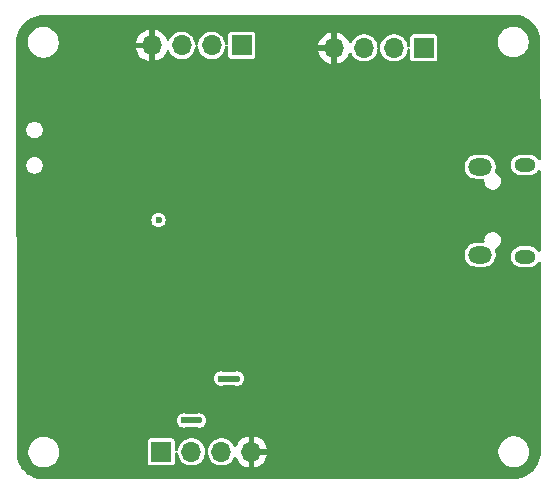
<source format=gbr>
%TF.GenerationSoftware,KiCad,Pcbnew,8.0.8*%
%TF.CreationDate,2025-03-31T20:29:26+08:00*%
%TF.ProjectId,1,312e6b69-6361-4645-9f70-636258585858,rev?*%
%TF.SameCoordinates,Original*%
%TF.FileFunction,Copper,L2,Bot*%
%TF.FilePolarity,Positive*%
%FSLAX46Y46*%
G04 Gerber Fmt 4.6, Leading zero omitted, Abs format (unit mm)*
G04 Created by KiCad (PCBNEW 8.0.8) date 2025-03-31 20:29:26*
%MOMM*%
%LPD*%
G01*
G04 APERTURE LIST*
%TA.AperFunction,ComponentPad*%
%ADD10R,1.700000X1.700000*%
%TD*%
%TA.AperFunction,ComponentPad*%
%ADD11O,1.700000X1.700000*%
%TD*%
%TA.AperFunction,ComponentPad*%
%ADD12O,1.800000X1.150000*%
%TD*%
%TA.AperFunction,ComponentPad*%
%ADD13O,2.000000X1.450000*%
%TD*%
%TA.AperFunction,ViaPad*%
%ADD14C,0.600000*%
%TD*%
%TA.AperFunction,Conductor*%
%ADD15C,0.500000*%
%TD*%
G04 APERTURE END LIST*
D10*
%TO.P,J4,1,Pin_1*%
%TO.N,+3.3V*%
X102700000Y-82300000D03*
D11*
%TO.P,J4,2,Pin_2*%
%TO.N,/I2C2_SDA*%
X105240000Y-82300000D03*
%TO.P,J4,3,Pin_3*%
%TO.N,/I2C2_SCL*%
X107780000Y-82300000D03*
%TO.P,J4,4,Pin_4*%
%TO.N,GND*%
X110320000Y-82300000D03*
%TD*%
D10*
%TO.P,J3,1,Pin_1*%
%TO.N,+3.3V*%
X109490000Y-47900000D03*
D11*
%TO.P,J3,2,Pin_2*%
%TO.N,/USART1_TX*%
X106950000Y-47900000D03*
%TO.P,J3,3,Pin_3*%
%TO.N,/USART1_RX*%
X104410000Y-47900000D03*
%TO.P,J3,4,Pin_4*%
%TO.N,GND*%
X101870000Y-47900000D03*
%TD*%
D12*
%TO.P,J1,6,Shield*%
%TO.N,unconnected-(J1-Shield-Pad6)_3*%
X133500000Y-65775000D03*
D13*
%TO.N,unconnected-(J1-Shield-Pad6)_1*%
X129700000Y-65625000D03*
%TO.N,unconnected-(J1-Shield-Pad6)_2*%
X129700000Y-58175000D03*
D12*
%TO.N,unconnected-(J1-Shield-Pad6)*%
X133500000Y-58025000D03*
%TD*%
D10*
%TO.P,J2,1,Pin_1*%
%TO.N,+3.3V*%
X124920000Y-48100000D03*
D11*
%TO.P,J2,2,Pin_2*%
%TO.N,/SWDIO*%
X122380000Y-48100000D03*
%TO.P,J2,3,Pin_3*%
%TO.N,/SWCLK*%
X119840000Y-48100000D03*
%TO.P,J2,4,Pin_4*%
%TO.N,GND*%
X117300000Y-48100000D03*
%TD*%
D14*
%TO.N,+3.3V*%
X105900000Y-79650000D03*
X104590000Y-79650000D03*
X109100000Y-76100000D03*
X107750000Y-76100000D03*
%TO.N,GND*%
X124650000Y-70750000D03*
X95400000Y-53600000D03*
X131800000Y-68300000D03*
X102600000Y-60900000D03*
X128400000Y-71400000D03*
X124200000Y-67050000D03*
X103650000Y-63950000D03*
X113150000Y-70500000D03*
X123750000Y-70750000D03*
X127600000Y-60550000D03*
X109900000Y-69250000D03*
X103550000Y-59600000D03*
X103612500Y-66987500D03*
X108600000Y-60650000D03*
X99400000Y-59750000D03*
X118700000Y-61300000D03*
X124200000Y-66050000D03*
X103650000Y-70450000D03*
X98050000Y-64950000D03*
%TO.N,/HSE_OUT*%
X102450000Y-62700000D03*
%TD*%
D15*
%TO.N,+3.3V*%
X104590000Y-79650000D02*
X105900000Y-79650000D01*
X109100000Y-76100000D02*
X107750000Y-76100000D01*
%TD*%
%TA.AperFunction,Conductor*%
%TO.N,GND*%
G36*
X132471430Y-45300969D02*
G01*
X132734541Y-45312506D01*
X132749719Y-45314113D01*
X133014184Y-45358739D01*
X133029068Y-45362205D01*
X133286040Y-45439032D01*
X133300377Y-45444302D01*
X133545927Y-45552155D01*
X133559516Y-45559152D01*
X133789946Y-45696405D01*
X133802571Y-45705021D01*
X134014362Y-45869583D01*
X134025817Y-45879675D01*
X134059068Y-45912826D01*
X134215748Y-46069039D01*
X134225887Y-46080478D01*
X134391075Y-46291769D01*
X134399729Y-46304368D01*
X134530059Y-46521694D01*
X134537662Y-46534371D01*
X134544700Y-46547937D01*
X134586358Y-46642015D01*
X134653295Y-46793181D01*
X134658610Y-46807513D01*
X134736200Y-47064236D01*
X134739712Y-47079113D01*
X134781757Y-47323824D01*
X134783548Y-47344644D01*
X134798072Y-57496496D01*
X134778483Y-57563563D01*
X134725745Y-57609394D01*
X134656601Y-57619436D01*
X134593003Y-57590502D01*
X134570970Y-57565564D01*
X134505045Y-57466901D01*
X134505042Y-57466897D01*
X134383102Y-57344957D01*
X134383098Y-57344954D01*
X134239711Y-57249145D01*
X134239698Y-57249138D01*
X134080378Y-57183146D01*
X134080366Y-57183143D01*
X133911232Y-57149500D01*
X133911229Y-57149500D01*
X133088771Y-57149500D01*
X133088768Y-57149500D01*
X132919633Y-57183143D01*
X132919621Y-57183146D01*
X132760301Y-57249138D01*
X132760288Y-57249145D01*
X132616901Y-57344954D01*
X132616897Y-57344957D01*
X132494957Y-57466897D01*
X132494954Y-57466901D01*
X132399145Y-57610288D01*
X132399138Y-57610301D01*
X132333146Y-57769621D01*
X132333143Y-57769633D01*
X132299500Y-57938766D01*
X132299500Y-58111233D01*
X132333143Y-58280366D01*
X132333146Y-58280378D01*
X132399138Y-58439698D01*
X132399145Y-58439711D01*
X132494954Y-58583098D01*
X132494957Y-58583102D01*
X132616897Y-58705042D01*
X132616901Y-58705045D01*
X132760288Y-58800854D01*
X132760301Y-58800861D01*
X132919621Y-58866853D01*
X132919626Y-58866855D01*
X133088766Y-58900499D01*
X133088769Y-58900500D01*
X133088771Y-58900500D01*
X133911231Y-58900500D01*
X133911232Y-58900499D01*
X134080374Y-58866855D01*
X134239705Y-58800858D01*
X134383099Y-58705045D01*
X134505045Y-58583099D01*
X134572479Y-58482176D01*
X134626091Y-58437372D01*
X134695416Y-58428665D01*
X134758443Y-58458819D01*
X134795163Y-58518262D01*
X134799581Y-58550891D01*
X134809183Y-65263125D01*
X134789594Y-65330192D01*
X134736856Y-65376023D01*
X134667712Y-65386065D01*
X134604114Y-65357131D01*
X134582081Y-65332193D01*
X134505045Y-65216901D01*
X134505042Y-65216897D01*
X134383102Y-65094957D01*
X134383098Y-65094954D01*
X134239711Y-64999145D01*
X134239698Y-64999138D01*
X134080378Y-64933146D01*
X134080366Y-64933143D01*
X133911232Y-64899500D01*
X133911229Y-64899500D01*
X133088771Y-64899500D01*
X133088768Y-64899500D01*
X132919633Y-64933143D01*
X132919621Y-64933146D01*
X132760301Y-64999138D01*
X132760288Y-64999145D01*
X132616901Y-65094954D01*
X132616897Y-65094957D01*
X132494957Y-65216897D01*
X132494954Y-65216901D01*
X132399145Y-65360288D01*
X132399138Y-65360301D01*
X132333146Y-65519621D01*
X132333143Y-65519633D01*
X132299500Y-65688766D01*
X132299500Y-65861233D01*
X132333143Y-66030366D01*
X132333146Y-66030378D01*
X132399138Y-66189698D01*
X132399145Y-66189711D01*
X132494954Y-66333098D01*
X132494957Y-66333102D01*
X132616897Y-66455042D01*
X132616901Y-66455045D01*
X132760288Y-66550854D01*
X132760301Y-66550861D01*
X132905708Y-66611090D01*
X132919626Y-66616855D01*
X133088766Y-66650499D01*
X133088769Y-66650500D01*
X133088771Y-66650500D01*
X133911231Y-66650500D01*
X133911232Y-66650499D01*
X134080374Y-66616855D01*
X134239705Y-66550858D01*
X134383099Y-66455045D01*
X134505045Y-66333099D01*
X134583543Y-66215617D01*
X134637153Y-66170814D01*
X134706478Y-66162107D01*
X134769506Y-66192261D01*
X134806226Y-66251704D01*
X134810644Y-66284333D01*
X134833377Y-82173916D01*
X134832587Y-82188067D01*
X134832384Y-82189848D01*
X134833469Y-82250583D01*
X134833489Y-82252657D01*
X134833491Y-82254435D01*
X134833372Y-82260005D01*
X134821478Y-82531324D01*
X134819868Y-82546525D01*
X134775244Y-82810976D01*
X134771777Y-82825863D01*
X134694952Y-83082828D01*
X134689679Y-83097175D01*
X134581826Y-83342726D01*
X134574828Y-83356316D01*
X134437582Y-83586733D01*
X134428966Y-83599358D01*
X134264408Y-83811147D01*
X134254309Y-83822609D01*
X134220693Y-83856327D01*
X134064945Y-84012540D01*
X134053506Y-84022678D01*
X133842215Y-84187865D01*
X133829616Y-84196519D01*
X133599611Y-84334452D01*
X133586042Y-84341491D01*
X133340805Y-84450082D01*
X133326479Y-84455395D01*
X133223665Y-84486469D01*
X133069746Y-84532987D01*
X133054870Y-84536498D01*
X132807977Y-84578917D01*
X132787134Y-84580708D01*
X92860159Y-84630184D01*
X92846029Y-84629394D01*
X92844138Y-84629179D01*
X92844136Y-84629179D01*
X92844133Y-84629179D01*
X92783476Y-84630262D01*
X92781392Y-84630282D01*
X92779487Y-84630284D01*
X92773925Y-84630165D01*
X92502664Y-84618270D01*
X92487463Y-84616660D01*
X92223012Y-84572035D01*
X92208125Y-84568568D01*
X91951162Y-84491742D01*
X91936815Y-84486469D01*
X91691262Y-84378614D01*
X91677673Y-84371616D01*
X91447255Y-84234368D01*
X91434630Y-84225751D01*
X91222859Y-84061204D01*
X91211389Y-84051100D01*
X91021454Y-83861729D01*
X91011316Y-83850290D01*
X90846136Y-83639007D01*
X90837481Y-83626407D01*
X90782519Y-83534757D01*
X90699546Y-83396397D01*
X90692508Y-83382829D01*
X90665905Y-83322750D01*
X90621317Y-83222052D01*
X90583923Y-83137601D01*
X90578607Y-83123269D01*
X90565048Y-83078406D01*
X90501014Y-82866527D01*
X90497505Y-82851659D01*
X90493784Y-82830002D01*
X90460335Y-82635313D01*
X90455430Y-82606764D01*
X90453639Y-82585944D01*
X90453128Y-82228427D01*
X91436688Y-82228427D01*
X91436688Y-82433131D01*
X91440318Y-82456048D01*
X91468710Y-82635313D01*
X91531969Y-82830002D01*
X91624903Y-83012392D01*
X91745216Y-83177992D01*
X91889974Y-83322750D01*
X92011884Y-83411321D01*
X92055578Y-83443066D01*
X92171268Y-83502013D01*
X92237964Y-83535997D01*
X92237966Y-83535997D01*
X92237969Y-83535999D01*
X92328062Y-83565272D01*
X92432653Y-83599256D01*
X92533745Y-83615267D01*
X92634836Y-83631279D01*
X92634837Y-83631279D01*
X92839539Y-83631279D01*
X92839540Y-83631279D01*
X93041722Y-83599256D01*
X93236407Y-83535999D01*
X93418798Y-83443066D01*
X93547253Y-83349739D01*
X93584401Y-83322750D01*
X93584403Y-83322747D01*
X93584407Y-83322745D01*
X93729154Y-83177998D01*
X93729156Y-83177994D01*
X93729159Y-83177992D01*
X93798298Y-83082828D01*
X93849475Y-83012389D01*
X93942408Y-82829998D01*
X94005665Y-82635313D01*
X94037688Y-82433131D01*
X94037688Y-82228427D01*
X94031296Y-82188067D01*
X94005665Y-82026244D01*
X93958994Y-81882607D01*
X93942408Y-81831560D01*
X93942406Y-81831557D01*
X93942406Y-81831555D01*
X93908691Y-81765386D01*
X93849475Y-81649169D01*
X93830041Y-81622420D01*
X93729159Y-81483565D01*
X93650725Y-81405131D01*
X101549500Y-81405131D01*
X101549500Y-83194856D01*
X101549502Y-83194882D01*
X101552413Y-83219987D01*
X101552415Y-83219991D01*
X101597793Y-83322764D01*
X101597794Y-83322765D01*
X101677235Y-83402206D01*
X101780009Y-83447585D01*
X101805135Y-83450500D01*
X103594864Y-83450499D01*
X103594879Y-83450497D01*
X103594882Y-83450497D01*
X103619987Y-83447586D01*
X103619988Y-83447585D01*
X103619991Y-83447585D01*
X103722765Y-83402206D01*
X103802206Y-83322765D01*
X103847585Y-83219991D01*
X103850500Y-83194865D01*
X103850499Y-82456046D01*
X103870183Y-82389009D01*
X103922987Y-82343254D01*
X103992146Y-82333310D01*
X104055702Y-82362335D01*
X104093476Y-82421113D01*
X104097970Y-82444606D01*
X104102454Y-82492993D01*
X104104244Y-82512310D01*
X104157815Y-82700591D01*
X104162596Y-82717392D01*
X104162596Y-82717394D01*
X104257632Y-82908253D01*
X104336273Y-83012389D01*
X104386128Y-83078407D01*
X104543698Y-83222052D01*
X104724981Y-83334298D01*
X104923802Y-83411321D01*
X105133390Y-83450500D01*
X105133392Y-83450500D01*
X105346608Y-83450500D01*
X105346610Y-83450500D01*
X105556198Y-83411321D01*
X105755019Y-83334298D01*
X105936302Y-83222052D01*
X106093872Y-83078407D01*
X106222366Y-82908255D01*
X106278255Y-82796014D01*
X106317403Y-82717394D01*
X106317403Y-82717393D01*
X106317405Y-82717389D01*
X106375756Y-82512310D01*
X106386529Y-82396047D01*
X106412315Y-82331111D01*
X106454622Y-82300804D01*
X106563130Y-82300804D01*
X106599503Y-82321668D01*
X106631693Y-82383681D01*
X106633470Y-82396047D01*
X106644244Y-82512310D01*
X106697815Y-82700591D01*
X106702596Y-82717392D01*
X106702596Y-82717394D01*
X106797632Y-82908253D01*
X106876273Y-83012389D01*
X106926128Y-83078407D01*
X107083698Y-83222052D01*
X107264981Y-83334298D01*
X107463802Y-83411321D01*
X107673390Y-83450500D01*
X107673392Y-83450500D01*
X107886608Y-83450500D01*
X107886610Y-83450500D01*
X108096198Y-83411321D01*
X108295019Y-83334298D01*
X108476302Y-83222052D01*
X108633872Y-83078407D01*
X108762366Y-82908255D01*
X108829325Y-82773781D01*
X108876825Y-82722548D01*
X108944488Y-82705126D01*
X109010828Y-82727051D01*
X109052705Y-82776651D01*
X109146399Y-82977578D01*
X109281894Y-83171082D01*
X109448917Y-83338105D01*
X109642421Y-83473600D01*
X109856507Y-83573429D01*
X109856516Y-83573433D01*
X110070000Y-83630634D01*
X110070000Y-82733012D01*
X110127007Y-82765925D01*
X110254174Y-82800000D01*
X110385826Y-82800000D01*
X110512993Y-82765925D01*
X110570000Y-82733012D01*
X110570000Y-83630633D01*
X110783483Y-83573433D01*
X110783492Y-83573429D01*
X110997578Y-83473600D01*
X111191082Y-83338105D01*
X111358105Y-83171082D01*
X111493600Y-82977578D01*
X111593429Y-82763492D01*
X111593432Y-82763486D01*
X111650636Y-82550000D01*
X110753012Y-82550000D01*
X110785925Y-82492993D01*
X110820000Y-82365826D01*
X110820000Y-82234174D01*
X110809354Y-82194443D01*
X131233485Y-82194443D01*
X131233485Y-82399146D01*
X131265507Y-82601329D01*
X131328766Y-82796018D01*
X131421699Y-82978407D01*
X131542013Y-83144008D01*
X131686771Y-83288766D01*
X131825879Y-83389832D01*
X131852375Y-83409082D01*
X131968592Y-83468298D01*
X132034761Y-83502013D01*
X132034763Y-83502013D01*
X132034766Y-83502015D01*
X132135536Y-83534757D01*
X132229450Y-83565272D01*
X132330542Y-83581283D01*
X132431633Y-83597295D01*
X132431634Y-83597295D01*
X132636336Y-83597295D01*
X132636337Y-83597295D01*
X132838519Y-83565272D01*
X133033204Y-83502015D01*
X133215595Y-83409082D01*
X133334429Y-83322745D01*
X133381198Y-83288766D01*
X133381200Y-83288763D01*
X133381204Y-83288761D01*
X133525951Y-83144014D01*
X133525953Y-83144010D01*
X133525956Y-83144008D01*
X133646271Y-82978407D01*
X133739203Y-82796018D01*
X133739203Y-82796017D01*
X133739205Y-82796014D01*
X133802462Y-82601329D01*
X133834485Y-82399147D01*
X133834485Y-82194443D01*
X133807845Y-82026245D01*
X133802462Y-81992260D01*
X133770840Y-81894939D01*
X133739205Y-81797576D01*
X133739203Y-81797573D01*
X133739203Y-81797571D01*
X133685281Y-81691745D01*
X133646272Y-81615185D01*
X133638541Y-81604544D01*
X133525956Y-81449581D01*
X133381198Y-81304823D01*
X133215598Y-81184510D01*
X133215597Y-81184509D01*
X133215595Y-81184508D01*
X133146888Y-81149500D01*
X133033208Y-81091576D01*
X132838519Y-81028317D01*
X132663980Y-81000673D01*
X132636337Y-80996295D01*
X132431633Y-80996295D01*
X132407314Y-81000146D01*
X132229450Y-81028317D01*
X132034761Y-81091576D01*
X131852371Y-81184510D01*
X131686771Y-81304823D01*
X131542013Y-81449581D01*
X131421700Y-81615181D01*
X131328766Y-81797571D01*
X131265507Y-81992260D01*
X131233485Y-82194443D01*
X110809354Y-82194443D01*
X110785925Y-82107007D01*
X110753012Y-82050000D01*
X111650636Y-82050000D01*
X111650635Y-82049999D01*
X111593432Y-81836513D01*
X111593429Y-81836507D01*
X111493600Y-81622422D01*
X111493599Y-81622420D01*
X111358113Y-81428926D01*
X111358108Y-81428920D01*
X111191082Y-81261894D01*
X110997578Y-81126399D01*
X110783492Y-81026570D01*
X110783486Y-81026567D01*
X110570000Y-80969364D01*
X110570000Y-81866988D01*
X110512993Y-81834075D01*
X110385826Y-81800000D01*
X110254174Y-81800000D01*
X110127007Y-81834075D01*
X110070000Y-81866988D01*
X110070000Y-80969364D01*
X110069999Y-80969364D01*
X109856513Y-81026567D01*
X109856507Y-81026570D01*
X109642422Y-81126399D01*
X109642420Y-81126400D01*
X109448926Y-81261886D01*
X109448920Y-81261891D01*
X109281891Y-81428920D01*
X109281886Y-81428926D01*
X109146400Y-81622420D01*
X109146399Y-81622422D01*
X109052705Y-81823348D01*
X109006532Y-81875787D01*
X108939339Y-81894939D01*
X108872457Y-81874723D01*
X108829324Y-81826216D01*
X108762366Y-81691745D01*
X108633872Y-81521593D01*
X108476302Y-81377948D01*
X108295019Y-81265702D01*
X108295017Y-81265701D01*
X108173155Y-81218492D01*
X108096198Y-81188679D01*
X107886610Y-81149500D01*
X107673390Y-81149500D01*
X107463802Y-81188679D01*
X107463799Y-81188679D01*
X107463799Y-81188680D01*
X107264982Y-81265701D01*
X107264980Y-81265702D01*
X107083699Y-81377947D01*
X106926127Y-81521593D01*
X106797632Y-81691746D01*
X106702596Y-81882605D01*
X106702596Y-81882607D01*
X106644244Y-82087689D01*
X106633471Y-82203951D01*
X106607685Y-82268888D01*
X106563130Y-82300804D01*
X106454622Y-82300804D01*
X106456869Y-82299194D01*
X106420497Y-82278331D01*
X106388307Y-82216318D01*
X106386529Y-82203951D01*
X106383175Y-82167759D01*
X106375756Y-82087690D01*
X106317405Y-81882611D01*
X106317403Y-81882606D01*
X106317403Y-81882605D01*
X106222367Y-81691746D01*
X106093872Y-81521593D01*
X105936302Y-81377948D01*
X105755019Y-81265702D01*
X105755017Y-81265701D01*
X105633155Y-81218492D01*
X105556198Y-81188679D01*
X105346610Y-81149500D01*
X105133390Y-81149500D01*
X104923802Y-81188679D01*
X104923799Y-81188679D01*
X104923799Y-81188680D01*
X104724982Y-81265701D01*
X104724980Y-81265702D01*
X104543699Y-81377947D01*
X104386127Y-81521593D01*
X104257632Y-81691746D01*
X104162596Y-81882605D01*
X104162596Y-81882607D01*
X104104244Y-82087689D01*
X104097970Y-82155394D01*
X104072183Y-82220331D01*
X104015383Y-82261018D01*
X103945602Y-82264538D01*
X103884995Y-82229772D01*
X103852806Y-82167759D01*
X103850499Y-82143952D01*
X103850499Y-81405143D01*
X103850499Y-81405136D01*
X103850497Y-81405117D01*
X103847586Y-81380012D01*
X103847585Y-81380010D01*
X103847585Y-81380009D01*
X103802206Y-81277235D01*
X103722765Y-81197794D01*
X103702124Y-81188680D01*
X103619992Y-81152415D01*
X103594865Y-81149500D01*
X101805143Y-81149500D01*
X101805117Y-81149502D01*
X101780012Y-81152413D01*
X101780008Y-81152415D01*
X101677235Y-81197793D01*
X101597794Y-81277234D01*
X101552415Y-81380006D01*
X101552415Y-81380008D01*
X101549500Y-81405131D01*
X93650725Y-81405131D01*
X93584401Y-81338807D01*
X93418801Y-81218494D01*
X93418800Y-81218493D01*
X93418798Y-81218492D01*
X93352101Y-81184508D01*
X93236411Y-81125560D01*
X93041722Y-81062301D01*
X92867183Y-81034657D01*
X92839540Y-81030279D01*
X92634836Y-81030279D01*
X92610517Y-81034130D01*
X92432653Y-81062301D01*
X92237964Y-81125560D01*
X92055574Y-81218494D01*
X91889974Y-81338807D01*
X91745216Y-81483565D01*
X91624903Y-81649165D01*
X91531969Y-81831555D01*
X91468710Y-82026244D01*
X91440565Y-82203951D01*
X91436688Y-82228427D01*
X90453128Y-82228427D01*
X90449439Y-79649998D01*
X103984318Y-79649998D01*
X103984318Y-79650001D01*
X104004955Y-79806760D01*
X104004956Y-79806762D01*
X104065464Y-79952841D01*
X104161718Y-80078282D01*
X104287159Y-80174536D01*
X104433238Y-80235044D01*
X104511619Y-80245363D01*
X104589999Y-80255682D01*
X104590000Y-80255682D01*
X104590001Y-80255682D01*
X104642254Y-80248802D01*
X104746762Y-80235044D01*
X104807370Y-80209938D01*
X104854823Y-80200500D01*
X105635177Y-80200500D01*
X105682629Y-80209938D01*
X105743238Y-80235044D01*
X105821619Y-80245363D01*
X105899999Y-80255682D01*
X105900000Y-80255682D01*
X105900001Y-80255682D01*
X105952254Y-80248802D01*
X106056762Y-80235044D01*
X106202841Y-80174536D01*
X106328282Y-80078282D01*
X106424536Y-79952841D01*
X106485044Y-79806762D01*
X106505682Y-79650000D01*
X106485044Y-79493238D01*
X106424536Y-79347159D01*
X106328282Y-79221718D01*
X106202841Y-79125464D01*
X106140158Y-79099500D01*
X106056762Y-79064956D01*
X106056760Y-79064955D01*
X105900001Y-79044318D01*
X105899999Y-79044318D01*
X105743239Y-79064955D01*
X105743237Y-79064956D01*
X105682630Y-79090061D01*
X105635177Y-79099500D01*
X104854823Y-79099500D01*
X104807370Y-79090061D01*
X104746762Y-79064956D01*
X104746760Y-79064955D01*
X104590001Y-79044318D01*
X104589999Y-79044318D01*
X104433239Y-79064955D01*
X104433237Y-79064956D01*
X104287160Y-79125463D01*
X104161718Y-79221718D01*
X104065463Y-79347160D01*
X104004956Y-79493237D01*
X104004955Y-79493239D01*
X103984318Y-79649998D01*
X90449439Y-79649998D01*
X90444360Y-76099998D01*
X107144318Y-76099998D01*
X107144318Y-76100001D01*
X107164955Y-76256760D01*
X107164956Y-76256762D01*
X107225464Y-76402841D01*
X107321718Y-76528282D01*
X107447159Y-76624536D01*
X107593238Y-76685044D01*
X107671619Y-76695363D01*
X107749999Y-76705682D01*
X107750000Y-76705682D01*
X107750001Y-76705682D01*
X107802254Y-76698802D01*
X107906762Y-76685044D01*
X107967370Y-76659938D01*
X108014823Y-76650500D01*
X108835177Y-76650500D01*
X108882629Y-76659938D01*
X108943238Y-76685044D01*
X109021619Y-76695363D01*
X109099999Y-76705682D01*
X109100000Y-76705682D01*
X109100001Y-76705682D01*
X109152254Y-76698802D01*
X109256762Y-76685044D01*
X109402841Y-76624536D01*
X109528282Y-76528282D01*
X109624536Y-76402841D01*
X109685044Y-76256762D01*
X109705682Y-76100000D01*
X109685044Y-75943238D01*
X109624536Y-75797159D01*
X109528282Y-75671718D01*
X109402841Y-75575464D01*
X109340158Y-75549500D01*
X109256762Y-75514956D01*
X109256760Y-75514955D01*
X109100001Y-75494318D01*
X109099999Y-75494318D01*
X108943239Y-75514955D01*
X108943237Y-75514956D01*
X108882630Y-75540061D01*
X108835177Y-75549500D01*
X108014823Y-75549500D01*
X107967370Y-75540061D01*
X107906762Y-75514956D01*
X107906760Y-75514955D01*
X107750001Y-75494318D01*
X107749999Y-75494318D01*
X107593239Y-75514955D01*
X107593237Y-75514956D01*
X107447160Y-75575463D01*
X107321718Y-75671718D01*
X107225463Y-75797160D01*
X107164956Y-75943237D01*
X107164955Y-75943239D01*
X107144318Y-76099998D01*
X90444360Y-76099998D01*
X90429230Y-65523992D01*
X128399500Y-65523992D01*
X128399500Y-65726007D01*
X128438907Y-65924119D01*
X128438909Y-65924127D01*
X128516212Y-66110752D01*
X128516217Y-66110762D01*
X128628441Y-66278718D01*
X128771281Y-66421558D01*
X128939237Y-66533782D01*
X128939241Y-66533784D01*
X128939244Y-66533786D01*
X129125873Y-66611091D01*
X129323992Y-66650499D01*
X129323996Y-66650500D01*
X129323997Y-66650500D01*
X130076004Y-66650500D01*
X130076005Y-66650499D01*
X130274127Y-66611091D01*
X130460756Y-66533786D01*
X130628718Y-66421558D01*
X130771558Y-66278718D01*
X130883786Y-66110756D01*
X130961091Y-65924127D01*
X131000500Y-65726003D01*
X131000500Y-65523997D01*
X130961091Y-65325873D01*
X130919932Y-65226507D01*
X130912463Y-65157037D01*
X130943738Y-65094558D01*
X130994060Y-65064700D01*
X130993207Y-65062452D01*
X131000222Y-65059790D01*
X131000225Y-65059790D01*
X131150852Y-64980734D01*
X131278183Y-64867929D01*
X131374818Y-64727930D01*
X131435140Y-64568872D01*
X131455645Y-64400000D01*
X131435140Y-64231128D01*
X131374818Y-64072070D01*
X131278183Y-63932071D01*
X131150852Y-63819266D01*
X131150849Y-63819263D01*
X131000226Y-63740210D01*
X130835056Y-63699500D01*
X130664944Y-63699500D01*
X130499773Y-63740210D01*
X130349150Y-63819263D01*
X130221816Y-63932072D01*
X130125182Y-64072068D01*
X130064860Y-64231125D01*
X130064859Y-64231130D01*
X130044355Y-64399999D01*
X130051708Y-64460553D01*
X130040248Y-64529476D01*
X129993344Y-64581263D01*
X129928612Y-64599500D01*
X129323992Y-64599500D01*
X129125880Y-64638907D01*
X129125872Y-64638909D01*
X128939247Y-64716212D01*
X128939237Y-64716217D01*
X128771281Y-64828441D01*
X128628441Y-64971281D01*
X128516217Y-65139237D01*
X128516212Y-65139247D01*
X128438909Y-65325872D01*
X128438907Y-65325880D01*
X128399500Y-65523992D01*
X90429230Y-65523992D01*
X90425190Y-62699998D01*
X101844318Y-62699998D01*
X101844318Y-62700001D01*
X101864955Y-62856760D01*
X101864956Y-62856762D01*
X101925464Y-63002841D01*
X102021718Y-63128282D01*
X102147159Y-63224536D01*
X102293238Y-63285044D01*
X102371619Y-63295363D01*
X102449999Y-63305682D01*
X102450000Y-63305682D01*
X102450001Y-63305682D01*
X102502254Y-63298802D01*
X102606762Y-63285044D01*
X102752841Y-63224536D01*
X102878282Y-63128282D01*
X102974536Y-63002841D01*
X103035044Y-62856762D01*
X103055682Y-62700000D01*
X103035044Y-62543238D01*
X102974536Y-62397159D01*
X102878282Y-62271718D01*
X102752841Y-62175464D01*
X102606762Y-62114956D01*
X102606760Y-62114955D01*
X102450001Y-62094318D01*
X102449999Y-62094318D01*
X102293239Y-62114955D01*
X102293237Y-62114956D01*
X102147160Y-62175463D01*
X102021718Y-62271718D01*
X101925463Y-62397160D01*
X101864956Y-62543237D01*
X101864955Y-62543239D01*
X101844318Y-62699998D01*
X90425190Y-62699998D01*
X90418636Y-58118995D01*
X91249499Y-58118995D01*
X91276418Y-58254322D01*
X91276421Y-58254332D01*
X91329221Y-58381804D01*
X91329228Y-58381817D01*
X91405885Y-58496541D01*
X91405888Y-58496545D01*
X91503454Y-58594111D01*
X91503458Y-58594114D01*
X91618182Y-58670771D01*
X91618195Y-58670778D01*
X91745667Y-58723578D01*
X91745672Y-58723580D01*
X91745676Y-58723580D01*
X91745677Y-58723581D01*
X91881004Y-58750500D01*
X91881007Y-58750500D01*
X92018995Y-58750500D01*
X92110041Y-58732389D01*
X92154328Y-58723580D01*
X92281811Y-58670775D01*
X92396542Y-58594114D01*
X92494114Y-58496542D01*
X92570775Y-58381811D01*
X92623580Y-58254328D01*
X92650500Y-58118993D01*
X92650500Y-58073992D01*
X128399500Y-58073992D01*
X128399500Y-58276007D01*
X128438907Y-58474119D01*
X128438909Y-58474127D01*
X128516212Y-58660752D01*
X128516217Y-58660762D01*
X128628441Y-58828718D01*
X128771281Y-58971558D01*
X128939237Y-59083782D01*
X128939241Y-59083784D01*
X128939244Y-59083786D01*
X129125873Y-59161091D01*
X129323484Y-59200398D01*
X129323992Y-59200499D01*
X129323996Y-59200500D01*
X129928612Y-59200500D01*
X129995651Y-59220185D01*
X130041406Y-59272989D01*
X130051708Y-59339447D01*
X130044355Y-59400000D01*
X130064859Y-59568869D01*
X130064860Y-59568874D01*
X130125182Y-59727931D01*
X130187475Y-59818177D01*
X130221817Y-59867929D01*
X130327505Y-59961560D01*
X130349150Y-59980736D01*
X130499773Y-60059789D01*
X130499775Y-60059790D01*
X130664944Y-60100500D01*
X130835056Y-60100500D01*
X131000225Y-60059790D01*
X131079692Y-60018081D01*
X131150849Y-59980736D01*
X131150850Y-59980734D01*
X131150852Y-59980734D01*
X131278183Y-59867929D01*
X131374818Y-59727930D01*
X131435140Y-59568872D01*
X131455645Y-59400000D01*
X131435140Y-59231128D01*
X131423524Y-59200500D01*
X131408578Y-59161090D01*
X131374818Y-59072070D01*
X131278183Y-58932071D01*
X131150852Y-58819266D01*
X131150849Y-58819263D01*
X131000225Y-58740209D01*
X130993210Y-58737549D01*
X130994131Y-58735119D01*
X130944438Y-58706186D01*
X130912649Y-58643967D01*
X130919544Y-58574439D01*
X130919932Y-58573492D01*
X130929294Y-58550891D01*
X130961091Y-58474127D01*
X131000500Y-58276003D01*
X131000500Y-58073997D01*
X130961091Y-57875873D01*
X130883786Y-57689244D01*
X130883784Y-57689241D01*
X130883782Y-57689237D01*
X130771558Y-57521281D01*
X130628718Y-57378441D01*
X130460762Y-57266217D01*
X130460752Y-57266212D01*
X130274127Y-57188909D01*
X130274119Y-57188907D01*
X130076007Y-57149500D01*
X130076003Y-57149500D01*
X129323997Y-57149500D01*
X129323992Y-57149500D01*
X129125880Y-57188907D01*
X129125872Y-57188909D01*
X128939247Y-57266212D01*
X128939237Y-57266217D01*
X128771281Y-57378441D01*
X128628441Y-57521281D01*
X128516217Y-57689237D01*
X128516212Y-57689247D01*
X128438909Y-57875872D01*
X128438907Y-57875880D01*
X128399500Y-58073992D01*
X92650500Y-58073992D01*
X92650500Y-57981007D01*
X92650500Y-57981004D01*
X92623581Y-57845677D01*
X92623580Y-57845676D01*
X92623580Y-57845672D01*
X92592079Y-57769621D01*
X92570778Y-57718195D01*
X92570771Y-57718182D01*
X92494114Y-57603458D01*
X92494111Y-57603454D01*
X92396545Y-57505888D01*
X92396541Y-57505885D01*
X92281817Y-57429228D01*
X92281804Y-57429221D01*
X92154332Y-57376421D01*
X92154322Y-57376418D01*
X92018995Y-57349500D01*
X92018993Y-57349500D01*
X91881007Y-57349500D01*
X91881005Y-57349500D01*
X91745677Y-57376418D01*
X91745667Y-57376421D01*
X91618195Y-57429221D01*
X91618182Y-57429228D01*
X91503458Y-57505885D01*
X91503454Y-57505888D01*
X91405888Y-57603454D01*
X91405885Y-57603458D01*
X91329228Y-57718182D01*
X91329221Y-57718195D01*
X91276421Y-57845667D01*
X91276418Y-57845677D01*
X91249500Y-57981004D01*
X91249500Y-57981007D01*
X91249500Y-58118993D01*
X91249500Y-58118995D01*
X91249499Y-58118995D01*
X90418636Y-58118995D01*
X90414344Y-55118995D01*
X91249499Y-55118995D01*
X91276418Y-55254322D01*
X91276421Y-55254332D01*
X91329221Y-55381804D01*
X91329228Y-55381817D01*
X91405885Y-55496541D01*
X91405888Y-55496545D01*
X91503454Y-55594111D01*
X91503458Y-55594114D01*
X91618182Y-55670771D01*
X91618195Y-55670778D01*
X91745667Y-55723578D01*
X91745672Y-55723580D01*
X91745676Y-55723580D01*
X91745677Y-55723581D01*
X91881004Y-55750500D01*
X91881007Y-55750500D01*
X92018995Y-55750500D01*
X92110041Y-55732389D01*
X92154328Y-55723580D01*
X92281811Y-55670775D01*
X92396542Y-55594114D01*
X92494114Y-55496542D01*
X92570775Y-55381811D01*
X92623580Y-55254328D01*
X92650500Y-55118993D01*
X92650500Y-54981007D01*
X92650500Y-54981004D01*
X92623581Y-54845677D01*
X92623580Y-54845676D01*
X92623580Y-54845672D01*
X92623578Y-54845667D01*
X92570778Y-54718195D01*
X92570771Y-54718182D01*
X92494114Y-54603458D01*
X92494111Y-54603454D01*
X92396545Y-54505888D01*
X92396541Y-54505885D01*
X92281817Y-54429228D01*
X92281804Y-54429221D01*
X92154332Y-54376421D01*
X92154322Y-54376418D01*
X92018995Y-54349500D01*
X92018993Y-54349500D01*
X91881007Y-54349500D01*
X91881005Y-54349500D01*
X91745677Y-54376418D01*
X91745667Y-54376421D01*
X91618195Y-54429221D01*
X91618182Y-54429228D01*
X91503458Y-54505885D01*
X91503454Y-54505888D01*
X91405888Y-54603454D01*
X91405885Y-54603458D01*
X91329228Y-54718182D01*
X91329221Y-54718195D01*
X91276421Y-54845667D01*
X91276418Y-54845677D01*
X91249500Y-54981004D01*
X91249500Y-54981007D01*
X91249500Y-55118993D01*
X91249500Y-55118995D01*
X91249499Y-55118995D01*
X90414344Y-55118995D01*
X90403811Y-47756869D01*
X90404604Y-47742688D01*
X90404802Y-47740936D01*
X90404804Y-47740931D01*
X90403717Y-47680125D01*
X90403698Y-47678178D01*
X90403696Y-47676324D01*
X90403815Y-47670754D01*
X90405317Y-47636507D01*
X90409916Y-47531629D01*
X91402704Y-47531629D01*
X91402704Y-47736332D01*
X91434726Y-47938515D01*
X91497985Y-48133204D01*
X91548446Y-48232238D01*
X91589245Y-48312310D01*
X91590919Y-48315594D01*
X91711232Y-48481194D01*
X91855990Y-48625952D01*
X92010953Y-48738537D01*
X92021594Y-48746268D01*
X92137290Y-48805218D01*
X92203980Y-48839199D01*
X92203982Y-48839199D01*
X92203985Y-48839201D01*
X92294087Y-48868477D01*
X92398669Y-48902458D01*
X92499761Y-48918469D01*
X92600852Y-48934481D01*
X92600853Y-48934481D01*
X92805555Y-48934481D01*
X92805556Y-48934481D01*
X93007738Y-48902458D01*
X93202423Y-48839201D01*
X93384814Y-48746268D01*
X93478219Y-48678406D01*
X93550417Y-48625952D01*
X93550419Y-48625949D01*
X93550423Y-48625947D01*
X93695170Y-48481200D01*
X93695172Y-48481196D01*
X93695175Y-48481194D01*
X93754165Y-48400000D01*
X93815491Y-48315591D01*
X93908424Y-48133200D01*
X93971681Y-47938515D01*
X94003704Y-47736333D01*
X94003704Y-47649999D01*
X100539364Y-47649999D01*
X100539364Y-47650000D01*
X101436988Y-47650000D01*
X101404075Y-47707007D01*
X101370000Y-47834174D01*
X101370000Y-47965826D01*
X101404075Y-48092993D01*
X101436988Y-48150000D01*
X100539364Y-48150000D01*
X100596567Y-48363486D01*
X100596570Y-48363492D01*
X100696399Y-48577578D01*
X100831894Y-48771082D01*
X100998917Y-48938105D01*
X101192421Y-49073600D01*
X101406507Y-49173429D01*
X101406516Y-49173433D01*
X101620000Y-49230634D01*
X101620000Y-48333012D01*
X101677007Y-48365925D01*
X101804174Y-48400000D01*
X101935826Y-48400000D01*
X102062993Y-48365925D01*
X102120000Y-48333012D01*
X102120000Y-49230633D01*
X102333483Y-49173433D01*
X102333492Y-49173429D01*
X102547578Y-49073600D01*
X102741082Y-48938105D01*
X102908105Y-48771082D01*
X103043600Y-48577578D01*
X103137294Y-48376651D01*
X103183466Y-48324212D01*
X103250660Y-48305060D01*
X103317541Y-48325276D01*
X103360676Y-48373785D01*
X103427632Y-48508253D01*
X103516515Y-48625952D01*
X103556128Y-48678407D01*
X103713698Y-48822052D01*
X103894981Y-48934298D01*
X104093802Y-49011321D01*
X104303390Y-49050500D01*
X104303392Y-49050500D01*
X104516608Y-49050500D01*
X104516610Y-49050500D01*
X104726198Y-49011321D01*
X104925019Y-48934298D01*
X105106302Y-48822052D01*
X105263872Y-48678407D01*
X105392366Y-48508255D01*
X105446270Y-48400000D01*
X105487403Y-48317394D01*
X105487403Y-48317393D01*
X105487405Y-48317389D01*
X105545756Y-48112310D01*
X105556529Y-47996047D01*
X105582315Y-47931111D01*
X105624622Y-47900804D01*
X105733130Y-47900804D01*
X105769503Y-47921668D01*
X105801693Y-47983681D01*
X105803470Y-47996047D01*
X105814244Y-48112310D01*
X105872083Y-48315591D01*
X105872596Y-48317392D01*
X105872596Y-48317394D01*
X105967632Y-48508253D01*
X106056515Y-48625952D01*
X106096128Y-48678407D01*
X106253698Y-48822052D01*
X106434981Y-48934298D01*
X106633802Y-49011321D01*
X106843390Y-49050500D01*
X106843392Y-49050500D01*
X107056608Y-49050500D01*
X107056610Y-49050500D01*
X107266198Y-49011321D01*
X107465019Y-48934298D01*
X107646302Y-48822052D01*
X107803872Y-48678407D01*
X107932366Y-48508255D01*
X107986270Y-48400000D01*
X108027403Y-48317394D01*
X108027403Y-48317393D01*
X108027405Y-48317389D01*
X108085756Y-48112310D01*
X108092029Y-48044605D01*
X108117814Y-47979669D01*
X108174614Y-47938981D01*
X108244395Y-47935461D01*
X108305002Y-47970225D01*
X108337193Y-48032238D01*
X108339500Y-48056047D01*
X108339500Y-48794856D01*
X108339502Y-48794882D01*
X108342413Y-48819987D01*
X108342415Y-48819991D01*
X108387793Y-48922764D01*
X108387794Y-48922765D01*
X108467235Y-49002206D01*
X108570009Y-49047585D01*
X108595135Y-49050500D01*
X110384864Y-49050499D01*
X110384879Y-49050497D01*
X110384882Y-49050497D01*
X110409987Y-49047586D01*
X110409988Y-49047585D01*
X110409991Y-49047585D01*
X110512765Y-49002206D01*
X110592206Y-48922765D01*
X110637585Y-48819991D01*
X110640500Y-48794865D01*
X110640499Y-47849999D01*
X115969364Y-47849999D01*
X115969364Y-47850000D01*
X116866988Y-47850000D01*
X116834075Y-47907007D01*
X116800000Y-48034174D01*
X116800000Y-48165826D01*
X116834075Y-48292993D01*
X116866988Y-48350000D01*
X115969364Y-48350000D01*
X116026567Y-48563486D01*
X116026570Y-48563492D01*
X116126399Y-48777578D01*
X116261894Y-48971082D01*
X116428917Y-49138105D01*
X116622421Y-49273600D01*
X116836507Y-49373429D01*
X116836516Y-49373433D01*
X117050000Y-49430634D01*
X117050000Y-48533012D01*
X117107007Y-48565925D01*
X117234174Y-48600000D01*
X117365826Y-48600000D01*
X117492993Y-48565925D01*
X117550000Y-48533012D01*
X117550000Y-49430633D01*
X117763483Y-49373433D01*
X117763492Y-49373429D01*
X117977578Y-49273600D01*
X118171082Y-49138105D01*
X118338105Y-48971082D01*
X118473600Y-48777578D01*
X118567294Y-48576651D01*
X118613466Y-48524212D01*
X118680660Y-48505060D01*
X118747541Y-48525276D01*
X118790676Y-48573785D01*
X118857632Y-48708253D01*
X118978629Y-48868477D01*
X118986128Y-48878407D01*
X119143698Y-49022052D01*
X119324981Y-49134298D01*
X119523802Y-49211321D01*
X119733390Y-49250500D01*
X119733392Y-49250500D01*
X119946608Y-49250500D01*
X119946610Y-49250500D01*
X120156198Y-49211321D01*
X120355019Y-49134298D01*
X120536302Y-49022052D01*
X120693872Y-48878407D01*
X120822366Y-48708255D01*
X120880268Y-48591971D01*
X120917403Y-48517394D01*
X120917403Y-48517393D01*
X120917405Y-48517389D01*
X120975756Y-48312310D01*
X120986529Y-48196047D01*
X121012315Y-48131111D01*
X121054622Y-48100804D01*
X121163130Y-48100804D01*
X121199503Y-48121668D01*
X121231693Y-48183681D01*
X121233470Y-48196047D01*
X121244244Y-48312310D01*
X121297675Y-48500099D01*
X121302596Y-48517392D01*
X121302596Y-48517394D01*
X121397632Y-48708253D01*
X121518629Y-48868477D01*
X121526128Y-48878407D01*
X121683698Y-49022052D01*
X121864981Y-49134298D01*
X122063802Y-49211321D01*
X122273390Y-49250500D01*
X122273392Y-49250500D01*
X122486608Y-49250500D01*
X122486610Y-49250500D01*
X122696198Y-49211321D01*
X122895019Y-49134298D01*
X123076302Y-49022052D01*
X123233872Y-48878407D01*
X123362366Y-48708255D01*
X123420268Y-48591971D01*
X123457403Y-48517394D01*
X123457403Y-48517393D01*
X123457405Y-48517389D01*
X123515756Y-48312310D01*
X123522029Y-48244605D01*
X123547814Y-48179669D01*
X123604614Y-48138981D01*
X123674395Y-48135461D01*
X123735002Y-48170225D01*
X123767193Y-48232238D01*
X123769500Y-48256047D01*
X123769500Y-48994856D01*
X123769502Y-48994882D01*
X123772413Y-49019987D01*
X123772415Y-49019991D01*
X123817793Y-49122764D01*
X123817794Y-49122765D01*
X123897235Y-49202206D01*
X124000009Y-49247585D01*
X124025135Y-49250500D01*
X125814864Y-49250499D01*
X125814879Y-49250497D01*
X125814882Y-49250497D01*
X125839987Y-49247586D01*
X125839988Y-49247585D01*
X125839991Y-49247585D01*
X125942765Y-49202206D01*
X126022206Y-49122765D01*
X126067585Y-49019991D01*
X126070500Y-48994865D01*
X126070499Y-47497648D01*
X131199500Y-47497648D01*
X131199500Y-47702351D01*
X131231522Y-47904534D01*
X131294781Y-48099223D01*
X131387715Y-48281613D01*
X131508028Y-48447213D01*
X131652786Y-48591971D01*
X131807749Y-48704556D01*
X131818390Y-48712287D01*
X131933782Y-48771082D01*
X132000776Y-48805218D01*
X132000778Y-48805218D01*
X132000781Y-48805220D01*
X132046248Y-48819993D01*
X132195465Y-48868477D01*
X132296557Y-48884488D01*
X132397648Y-48900500D01*
X132397649Y-48900500D01*
X132602351Y-48900500D01*
X132602352Y-48900500D01*
X132804534Y-48868477D01*
X132999219Y-48805220D01*
X133181610Y-48712287D01*
X133300448Y-48625947D01*
X133347213Y-48591971D01*
X133347215Y-48591968D01*
X133347219Y-48591966D01*
X133491966Y-48447219D01*
X133491968Y-48447215D01*
X133491971Y-48447213D01*
X133581335Y-48324212D01*
X133612287Y-48281610D01*
X133705220Y-48099219D01*
X133768477Y-47904534D01*
X133800500Y-47702352D01*
X133800500Y-47497648D01*
X133772615Y-47321593D01*
X133768477Y-47295465D01*
X133705218Y-47100776D01*
X133656484Y-47005131D01*
X133612287Y-46918390D01*
X133604556Y-46907749D01*
X133491971Y-46752786D01*
X133347213Y-46608028D01*
X133181613Y-46487715D01*
X133181612Y-46487714D01*
X133181610Y-46487713D01*
X133124653Y-46458691D01*
X132999223Y-46394781D01*
X132804534Y-46331522D01*
X132629995Y-46303878D01*
X132602352Y-46299500D01*
X132397648Y-46299500D01*
X132373329Y-46303351D01*
X132195465Y-46331522D01*
X132000776Y-46394781D01*
X131818386Y-46487715D01*
X131652786Y-46608028D01*
X131508028Y-46752786D01*
X131387715Y-46918386D01*
X131294781Y-47100776D01*
X131231522Y-47295465D01*
X131199500Y-47497648D01*
X126070499Y-47497648D01*
X126070499Y-47205136D01*
X126070382Y-47204126D01*
X126067586Y-47180012D01*
X126067585Y-47180010D01*
X126067585Y-47180009D01*
X126022206Y-47077235D01*
X125942765Y-46997794D01*
X125922124Y-46988680D01*
X125839992Y-46952415D01*
X125814865Y-46949500D01*
X124025143Y-46949500D01*
X124025117Y-46949502D01*
X124000012Y-46952413D01*
X124000008Y-46952415D01*
X123897235Y-46997793D01*
X123817794Y-47077234D01*
X123772415Y-47180006D01*
X123772415Y-47180008D01*
X123769500Y-47205131D01*
X123769500Y-47943951D01*
X123749815Y-48010990D01*
X123697011Y-48056745D01*
X123627853Y-48066689D01*
X123564297Y-48037664D01*
X123526523Y-47978886D01*
X123522029Y-47955391D01*
X123520465Y-47938515D01*
X123515756Y-47887690D01*
X123457405Y-47682611D01*
X123457403Y-47682606D01*
X123457403Y-47682605D01*
X123362367Y-47491746D01*
X123233872Y-47321593D01*
X123205211Y-47295465D01*
X123076302Y-47177948D01*
X122895019Y-47065702D01*
X122895017Y-47065701D01*
X122738697Y-47005143D01*
X122696198Y-46988679D01*
X122486610Y-46949500D01*
X122273390Y-46949500D01*
X122063802Y-46988679D01*
X122063799Y-46988679D01*
X122063799Y-46988680D01*
X121864982Y-47065701D01*
X121864980Y-47065702D01*
X121683699Y-47177947D01*
X121526127Y-47321593D01*
X121397632Y-47491746D01*
X121302596Y-47682605D01*
X121302596Y-47682607D01*
X121244244Y-47887689D01*
X121233471Y-48003951D01*
X121207685Y-48068888D01*
X121163130Y-48100804D01*
X121054622Y-48100804D01*
X121056869Y-48099194D01*
X121020497Y-48078331D01*
X120988307Y-48016318D01*
X120986529Y-48003951D01*
X120980969Y-47943951D01*
X120975756Y-47887690D01*
X120917405Y-47682611D01*
X120917403Y-47682606D01*
X120917403Y-47682605D01*
X120822367Y-47491746D01*
X120693872Y-47321593D01*
X120665211Y-47295465D01*
X120536302Y-47177948D01*
X120355019Y-47065702D01*
X120355017Y-47065701D01*
X120198697Y-47005143D01*
X120156198Y-46988679D01*
X119946610Y-46949500D01*
X119733390Y-46949500D01*
X119523802Y-46988679D01*
X119523799Y-46988679D01*
X119523799Y-46988680D01*
X119324982Y-47065701D01*
X119324980Y-47065702D01*
X119143699Y-47177947D01*
X118986127Y-47321593D01*
X118857634Y-47491744D01*
X118790676Y-47626215D01*
X118743173Y-47677452D01*
X118675510Y-47694873D01*
X118609170Y-47672947D01*
X118567294Y-47623348D01*
X118473600Y-47422422D01*
X118473599Y-47422420D01*
X118338113Y-47228926D01*
X118338108Y-47228920D01*
X118171082Y-47061894D01*
X117977578Y-46926399D01*
X117763492Y-46826570D01*
X117763486Y-46826567D01*
X117550000Y-46769364D01*
X117550000Y-47666988D01*
X117492993Y-47634075D01*
X117365826Y-47600000D01*
X117234174Y-47600000D01*
X117107007Y-47634075D01*
X117050000Y-47666988D01*
X117050000Y-46769364D01*
X117049999Y-46769364D01*
X116836513Y-46826567D01*
X116836507Y-46826570D01*
X116622422Y-46926399D01*
X116622420Y-46926400D01*
X116428926Y-47061886D01*
X116428920Y-47061891D01*
X116261891Y-47228920D01*
X116261886Y-47228926D01*
X116126400Y-47422420D01*
X116126399Y-47422422D01*
X116026570Y-47636507D01*
X116026567Y-47636513D01*
X115969364Y-47849999D01*
X110640499Y-47849999D01*
X110640499Y-47005136D01*
X110639648Y-46997794D01*
X110637586Y-46980012D01*
X110637585Y-46980010D01*
X110637585Y-46980009D01*
X110592206Y-46877235D01*
X110512765Y-46797794D01*
X110492124Y-46788680D01*
X110409992Y-46752415D01*
X110384865Y-46749500D01*
X108595143Y-46749500D01*
X108595117Y-46749502D01*
X108570012Y-46752413D01*
X108570008Y-46752415D01*
X108467235Y-46797793D01*
X108387794Y-46877234D01*
X108342415Y-46980006D01*
X108342415Y-46980008D01*
X108339500Y-47005131D01*
X108339500Y-47743951D01*
X108319815Y-47810990D01*
X108267011Y-47856745D01*
X108197853Y-47866689D01*
X108134297Y-47837664D01*
X108096523Y-47778886D01*
X108092029Y-47755391D01*
X108085756Y-47687689D01*
X108070501Y-47634075D01*
X108027405Y-47482611D01*
X108027403Y-47482606D01*
X108027403Y-47482605D01*
X107932367Y-47291746D01*
X107803872Y-47121593D01*
X107748995Y-47071566D01*
X107646302Y-46977948D01*
X107465019Y-46865702D01*
X107465017Y-46865701D01*
X107363999Y-46826567D01*
X107266198Y-46788679D01*
X107056610Y-46749500D01*
X106843390Y-46749500D01*
X106633802Y-46788679D01*
X106633799Y-46788679D01*
X106633799Y-46788680D01*
X106434982Y-46865701D01*
X106434980Y-46865702D01*
X106253699Y-46977947D01*
X106096127Y-47121593D01*
X105967632Y-47291746D01*
X105872596Y-47482605D01*
X105872596Y-47482607D01*
X105814244Y-47687689D01*
X105803471Y-47803951D01*
X105777685Y-47868888D01*
X105733130Y-47900804D01*
X105624622Y-47900804D01*
X105626869Y-47899194D01*
X105590497Y-47878331D01*
X105558307Y-47816318D01*
X105556529Y-47803951D01*
X105550689Y-47740931D01*
X105545756Y-47687690D01*
X105487405Y-47482611D01*
X105487403Y-47482606D01*
X105487403Y-47482605D01*
X105392367Y-47291746D01*
X105263872Y-47121593D01*
X105208995Y-47071566D01*
X105106302Y-46977948D01*
X104925019Y-46865702D01*
X104925017Y-46865701D01*
X104823999Y-46826567D01*
X104726198Y-46788679D01*
X104516610Y-46749500D01*
X104303390Y-46749500D01*
X104093802Y-46788679D01*
X104093799Y-46788679D01*
X104093799Y-46788680D01*
X103894982Y-46865701D01*
X103894980Y-46865702D01*
X103713699Y-46977947D01*
X103556127Y-47121593D01*
X103427634Y-47291744D01*
X103360676Y-47426215D01*
X103313173Y-47477452D01*
X103245510Y-47494873D01*
X103179170Y-47472947D01*
X103137294Y-47423348D01*
X103043600Y-47222422D01*
X103043599Y-47222420D01*
X102908113Y-47028926D01*
X102908108Y-47028920D01*
X102741082Y-46861894D01*
X102547578Y-46726399D01*
X102333492Y-46626570D01*
X102333486Y-46626567D01*
X102120000Y-46569364D01*
X102120000Y-47466988D01*
X102062993Y-47434075D01*
X101935826Y-47400000D01*
X101804174Y-47400000D01*
X101677007Y-47434075D01*
X101620000Y-47466988D01*
X101620000Y-46569364D01*
X101619999Y-46569364D01*
X101406513Y-46626567D01*
X101406507Y-46626570D01*
X101192422Y-46726399D01*
X101192420Y-46726400D01*
X100998926Y-46861886D01*
X100998920Y-46861891D01*
X100831891Y-47028920D01*
X100831886Y-47028926D01*
X100696400Y-47222420D01*
X100696399Y-47222422D01*
X100596570Y-47436507D01*
X100596567Y-47436513D01*
X100539364Y-47649999D01*
X94003704Y-47649999D01*
X94003704Y-47531629D01*
X93982770Y-47399457D01*
X93971681Y-47329446D01*
X93931290Y-47205136D01*
X93908424Y-47134762D01*
X93908422Y-47134759D01*
X93908422Y-47134757D01*
X93871292Y-47061886D01*
X93815491Y-46952371D01*
X93796622Y-46926400D01*
X93695175Y-46786767D01*
X93550417Y-46642009D01*
X93384817Y-46521696D01*
X93384816Y-46521695D01*
X93384814Y-46521694D01*
X93318123Y-46487713D01*
X93202427Y-46428762D01*
X93007738Y-46365503D01*
X92830747Y-46337471D01*
X92805556Y-46333481D01*
X92600852Y-46333481D01*
X92576533Y-46337332D01*
X92398669Y-46365503D01*
X92203980Y-46428762D01*
X92021590Y-46521696D01*
X91855990Y-46642009D01*
X91711232Y-46786767D01*
X91590919Y-46952367D01*
X91497985Y-47134757D01*
X91434726Y-47329446D01*
X91402704Y-47531629D01*
X90409916Y-47531629D01*
X90415713Y-47399446D01*
X90417320Y-47384267D01*
X90461950Y-47119794D01*
X90465411Y-47104931D01*
X90542243Y-46847946D01*
X90547513Y-46833610D01*
X90655375Y-46588043D01*
X90662362Y-46574476D01*
X90799623Y-46344034D01*
X90808218Y-46331440D01*
X90972796Y-46119630D01*
X90982881Y-46108183D01*
X91172258Y-45918240D01*
X91183678Y-45908118D01*
X91394995Y-45742912D01*
X91407562Y-45734280D01*
X91637595Y-45596330D01*
X91651140Y-45589303D01*
X91896403Y-45480702D01*
X91910703Y-45475398D01*
X92167452Y-45397801D01*
X92182309Y-45394294D01*
X92427135Y-45352228D01*
X92447954Y-45350440D01*
X132380255Y-45300957D01*
X132392010Y-45301616D01*
X132393051Y-45301597D01*
X132393054Y-45301598D01*
X132431555Y-45300910D01*
X132433434Y-45300891D01*
X132465887Y-45300851D01*
X132471430Y-45300969D01*
G37*
%TD.AperFunction*%
%TD*%
M02*

</source>
